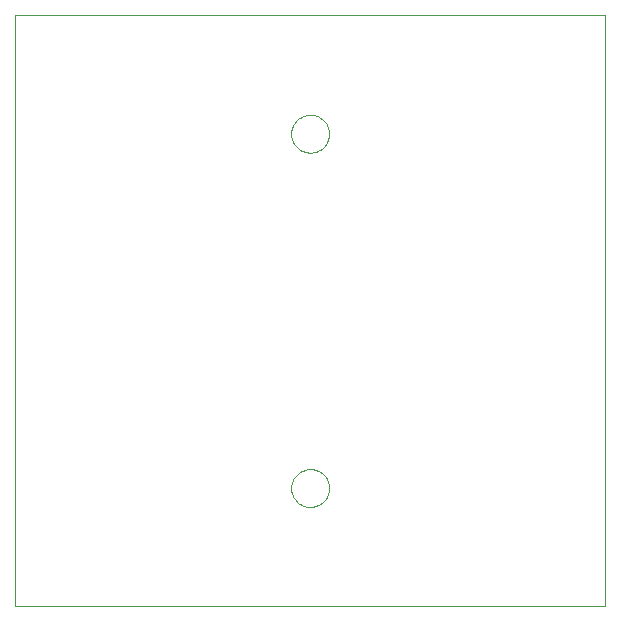
<source format=gbp>
G75*
%MOIN*%
%OFA0B0*%
%FSLAX24Y24*%
%IPPOS*%
%LPD*%
%AMOC8*
5,1,8,0,0,1.08239X$1,22.5*
%
%ADD10C,0.0000*%
D10*
X000475Y005795D02*
X000475Y025516D01*
X020160Y025516D01*
X020160Y005795D01*
X000475Y005795D01*
X009688Y009732D02*
X009690Y009782D01*
X009696Y009832D01*
X009706Y009881D01*
X009720Y009929D01*
X009737Y009976D01*
X009758Y010021D01*
X009783Y010065D01*
X009811Y010106D01*
X009843Y010145D01*
X009877Y010182D01*
X009914Y010216D01*
X009954Y010246D01*
X009996Y010273D01*
X010040Y010297D01*
X010086Y010318D01*
X010133Y010334D01*
X010181Y010347D01*
X010231Y010356D01*
X010280Y010361D01*
X010331Y010362D01*
X010381Y010359D01*
X010430Y010352D01*
X010479Y010341D01*
X010527Y010326D01*
X010573Y010308D01*
X010618Y010286D01*
X010661Y010260D01*
X010702Y010231D01*
X010741Y010199D01*
X010777Y010164D01*
X010809Y010126D01*
X010839Y010086D01*
X010866Y010043D01*
X010889Y009999D01*
X010908Y009953D01*
X010924Y009905D01*
X010936Y009856D01*
X010944Y009807D01*
X010948Y009757D01*
X010948Y009707D01*
X010944Y009657D01*
X010936Y009608D01*
X010924Y009559D01*
X010908Y009511D01*
X010889Y009465D01*
X010866Y009421D01*
X010839Y009378D01*
X010809Y009338D01*
X010777Y009300D01*
X010741Y009265D01*
X010702Y009233D01*
X010661Y009204D01*
X010618Y009178D01*
X010573Y009156D01*
X010527Y009138D01*
X010479Y009123D01*
X010430Y009112D01*
X010381Y009105D01*
X010331Y009102D01*
X010280Y009103D01*
X010231Y009108D01*
X010181Y009117D01*
X010133Y009130D01*
X010086Y009146D01*
X010040Y009167D01*
X009996Y009191D01*
X009954Y009218D01*
X009914Y009248D01*
X009877Y009282D01*
X009843Y009319D01*
X009811Y009358D01*
X009783Y009399D01*
X009758Y009443D01*
X009737Y009488D01*
X009720Y009535D01*
X009706Y009583D01*
X009696Y009632D01*
X009690Y009682D01*
X009688Y009732D01*
X009688Y021543D02*
X009690Y021593D01*
X009696Y021643D01*
X009706Y021692D01*
X009720Y021740D01*
X009737Y021787D01*
X009758Y021832D01*
X009783Y021876D01*
X009811Y021917D01*
X009843Y021956D01*
X009877Y021993D01*
X009914Y022027D01*
X009954Y022057D01*
X009996Y022084D01*
X010040Y022108D01*
X010086Y022129D01*
X010133Y022145D01*
X010181Y022158D01*
X010231Y022167D01*
X010280Y022172D01*
X010331Y022173D01*
X010381Y022170D01*
X010430Y022163D01*
X010479Y022152D01*
X010527Y022137D01*
X010573Y022119D01*
X010618Y022097D01*
X010661Y022071D01*
X010702Y022042D01*
X010741Y022010D01*
X010777Y021975D01*
X010809Y021937D01*
X010839Y021897D01*
X010866Y021854D01*
X010889Y021810D01*
X010908Y021764D01*
X010924Y021716D01*
X010936Y021667D01*
X010944Y021618D01*
X010948Y021568D01*
X010948Y021518D01*
X010944Y021468D01*
X010936Y021419D01*
X010924Y021370D01*
X010908Y021322D01*
X010889Y021276D01*
X010866Y021232D01*
X010839Y021189D01*
X010809Y021149D01*
X010777Y021111D01*
X010741Y021076D01*
X010702Y021044D01*
X010661Y021015D01*
X010618Y020989D01*
X010573Y020967D01*
X010527Y020949D01*
X010479Y020934D01*
X010430Y020923D01*
X010381Y020916D01*
X010331Y020913D01*
X010280Y020914D01*
X010231Y020919D01*
X010181Y020928D01*
X010133Y020941D01*
X010086Y020957D01*
X010040Y020978D01*
X009996Y021002D01*
X009954Y021029D01*
X009914Y021059D01*
X009877Y021093D01*
X009843Y021130D01*
X009811Y021169D01*
X009783Y021210D01*
X009758Y021254D01*
X009737Y021299D01*
X009720Y021346D01*
X009706Y021394D01*
X009696Y021443D01*
X009690Y021493D01*
X009688Y021543D01*
M02*

</source>
